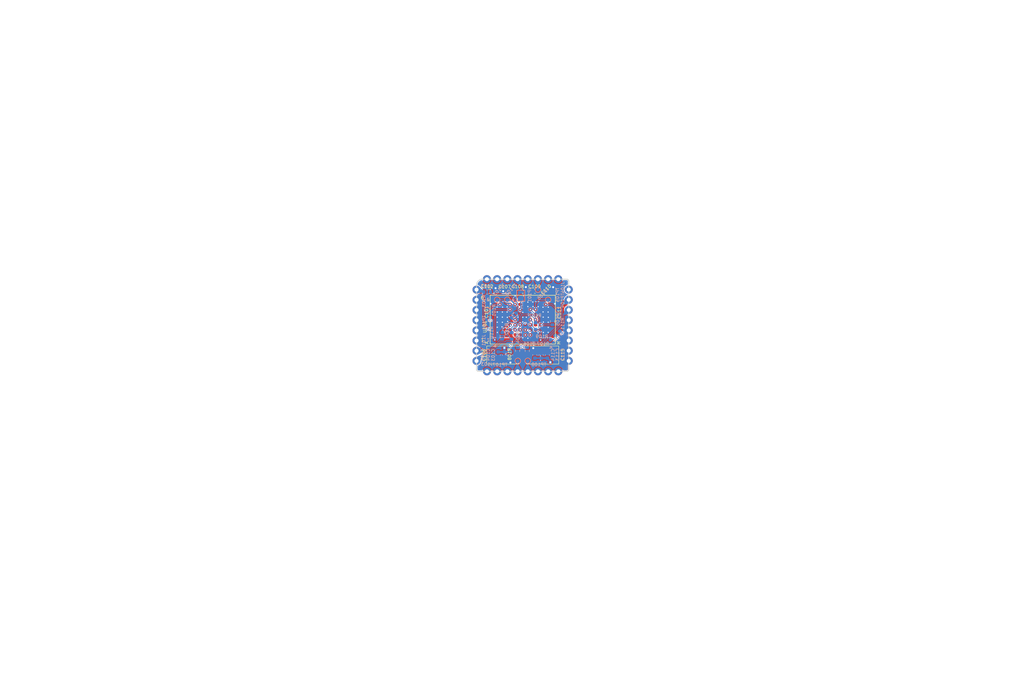
<source format=kicad_pcb>
(kicad_pcb (version 20241229) (generator "pcbnew") (generator_version "9.0")
  (title_block (title "bac EPS LTM4675 Buck Module v1") (date "2025-06-11") (rev "1") (company "MSU") (comment 1 "Dodo Kamel") (comment 2 "CC BY-SA 4.0") (comment 3 "https://buildacubesat.space"))
  (layers (0 "F.Cu" power) (4 "In1.Cu" power) (6 "In2.Cu" power) (2 "B.Cu" signal) (13 "F.Paste" user) (15 "B.Paste" user) (5 "F.SilkS" user "F.Silkscreen") (7 "B.SilkS" user "B.Silkscreen") (1 "F.Mask" user) (3 "B.Mask" user) (25 "Edge.Cuts" user))
  (net 0 "")
  (net 1 "GND")
  (net 2 "/BAT")
  (net 3 "/~{FAULT}")
  (net 4 "/VOUT_0")
  (net 5 "/VOUT_1")
  (net 6 "/GPIO2")
  (net 7 "/GPIO1")
  (net 8 "/EN_1")
  (net 9 "/SCL")
  (net 10 "/SDA")
  (net 11 "/EN_2")
  (net 13 "Net-(U101-VORB1+)")
  (net 15 "Net-(U101-VORB0-)")
  (net 16 "Net-(U101-COMP1a)")
  (net 17 "Net-(U101-SYNC)")
  (net 18 "Net-(U101-SW1)")
  (net 19 "Net-(U101-SW0)")
  (net 20 "Net-(U101-WP)")
  (net 21 "Net-(U101-VORB0+)")
  (net 22 "Net-(U101-VOUT0_CFG)")
  (net 23 "Net-(U101-ASEL)")
  (net 24 "Net-(U101-VTRIM0_CFG)")
  (net 25 "Net-(U101-TSNS0a)")
  (net 26 "Net-(U101-TSNS1a)")
  (net 27 "Net-(U101-SHARE_CLK)")
  (net 28 "Net-(U101-VOUT1_CFG)")
  (net 29 "Net-(JP101-A)")
  (net 30 "Net-(U101-COMP0a)")
  (net 31 "Net-(U101-FREQ_CFG)")
  (net 32 "Net-(U101-VTRIM1_CFG)")
  (net 33 "Net-(U101-VDD33)")
  (footprint "Capacitor_Tantalum_SMD:CP_EIA-7343-15_Kemet-W" (layer "F.Cu") (at 154.6 107.425 180)
    (property "Reference" "C115")
    (property "Value" "470u")
  )
  (footprint "Capacitor_SMD:C_0603_1608Metric" (layer "F.Cu") (at 159.125 93.825 -90)
    (property "Reference" "C111")
    (property "Value" "10u")
  )
  (footprint "Capacitor_SMD:C_0603_1608Metric" (layer "F.Cu") (at 158.375 91.55 180)
    (property "Reference" "C110")
    (property "Value" "10u")
  )
  (footprint "Capacitor_Tantalum_SMD:CP_EIA-7343-15_Kemet-W" (layer "F.Cu") (at 145.4625 107.425)
    (property "Reference" "C106")
    (property "Value" "470u")
  )
  (footprint "Capacitor_SMD:C_0603_1608Metric" (layer "F.Cu") (at 150.025 91.525)
    (property "Reference" "C108")
    (property "Value" "10u")
  )
  (footprint "bac EPS v1:bac-eps-v1-module-8P-pad-row" (layer "F.Cu") (at 138.5 100 90)
    (property "Reference" "J101")
    (property "Value" "Conn_01x08_Socket")
  )
  (footprint "bac EPS v1:bac-eps-v1-module-8P-pad-row" (layer "F.Cu") (at 150 88.5)
    (property "Reference" "J102")
    (property "Value" "Conn_01x08_Socket")
  )
  (footprint "Capacitor_SMD:C_0603_1608Metric" (layer "F.Cu") (at 140.925 93.825 -90)
    (property "Reference" "C101")
    (property "Value" "10u")
  )
  (footprint "Capacitor_SMD:C_0603_1608Metric" (layer "F.Cu") (at 153.05 91.525 180)
    (property "Reference" "C109")
    (property "Value" "10u")
  )
  (footprint "Capacitor_SMD:C_0603_1608Metric" (layer "F.Cu") (at 141.675 91.55)
    (property "Reference" "C102")
    (property "Value" "10u")
  )
  (footprint "bac EPS v1:ADI-LTM4675IY" (layer "F.Cu") (at 150.035 98.61 90)
    (property "Reference" "U101")
    (property "Value" "LTM4675IY-PBF")
  )
  (footprint "Capacitor_SMD:C_0603_1608Metric" (layer "F.Cu") (at 147 91.525 180)
    (property "Reference" "C107")
    (property "Value" "10u")
  )
  (footprint "bac EPS v1:bac-eps-v1-module-8P-pad-row" (layer "F.Cu") (at 150 111.5 180)
    (property "Reference" "J103")
    (property "Value" "Conn_01x08_Socket")
  )
  (footprint "bac EPS v1:bac-eps-v1-module-8P-pad-row" (layer "F.Cu") (at 161.5 100 -90)
    (property "Reference" "J104")
    (property "Value" "Conn_01x08_Socket")
  )
  (footprint "Resistor_SMD:R_0603_1608Metric" (layer "B.Cu") (at 148.75 106.35 -90)
    (property "Reference" "R108")
    (property "Value" "22.6k")
  )
  (footprint "Resistor_SMD:R_0603_1608Metric" (layer "B.Cu") (at 159.85 102 -45)
    (property "Reference" "R111")
    (property "Value" "7.68k")
  )
  (footprint "Resistor_SMD:R_0603_1608Metric" (layer "B.Cu") (at 147.8 97.55 -135)
    (property "Reference" "R101")
    (property "Value" "10k")
  )
  (footprint "Resistor_SMD:R_0603_1608Metric" (layer "B.Cu") (at 157.45 99.05 90)
    (property "Reference" "R105")
    (property "Value" "10k")
  )
  (footprint "Capacitor_SMD:C_0603_1608Metric" (layer "B.Cu") (at 154.6 107.425 90)
    (property "Reference" "C113")
    (property "Value" "10u")
  )
  (footprint "Capacitor_SMD:C_0603_1608Metric" (layer "B.Cu") (at 156.15 107.425 90)
    (property "Reference" "C112")
    (property "Value" "10u")
  )
  (footprint "Jumper:SolderJumper-2_P1.3mm_Open_TrianglePad1.0x1.5mm" (layer "B.Cu") (at 149.55 92.65 90)
    (property "Reference" "JP101")
    (property "Value" "SolderJumper_2_Open")
  )
  (footprint "Capacitor_SMD:C_0603_1608Metric" (layer "B.Cu") (at 147 107.425 -90)
    (property "Reference" "C103")
    (property "Value" "10u")
  )
  (footprint "TestPoint:TestPoint_Pad_D1.0mm" (layer "B.Cu") (at 151.27 108.89 180)
    (property "Reference" "TP108")
    (property "Value" "TestPoint")
  )
  (footprint "Capacitor_SMD:C_0603_1608Metric" (layer "B.Cu") (at 143.9 107.425 -90)
    (property "Reference" "C105")
    (property "Value" "10u")
  )
  (footprint "Resistor_SMD:R_0603_1608Metric" (layer "B.Cu") (at 147.25 102.65 -90)
    (property "Reference" "R104")
    (property "Value" "10k")
  )
  (footprint "TestPoint:TestPoint_Pad_D1.0mm" (layer "B.Cu") (at 156.35 93.65 180)
    (property "Reference" "TP105")
    (property "Value" "TestPoint")
  )
  (footprint "Resistor_SMD:R_0603_1608Metric" (layer "B.Cu") (at 153.25 100.2 -90)
    (property "Reference" "R102")
    (property "Value" "10k")
  )
  (footprint "TestPoint:TestPoint_Pad_D1.0mm" (layer "B.Cu") (at 141.11 96.19 180)
    (property "Reference" "TP101")
    (property "Value" "TestPoint")
  )
  (footprint "Resistor_SMD:R_0603_1608Metric" (layer "B.Cu") (at 144.9 102.65 -90)
    (property "Reference" "R112")
    (property "Value" "10k")
  )
  (footprint "TestPoint:TestPoint_Pad_D1.0mm" (layer "B.Cu") (at 158.89 96.19 180)
    (property "Reference" "TP104")
    (property "Value" "TestPoint")
  )
  (footprint "TestPoint:TestPoint_Pad_D1.0mm" (layer "B.Cu") (at 143.65 93.65 180)
    (property "Reference" "TP102")
    (property "Value" "TestPoint")
  )
  (footprint "TestPoint:TestPoint_Pad_D1.0mm" (layer "B.Cu") (at 148.8 108.9 180)
    (property "Reference" "TP107")
    (property "Value" "TestPoint")
  )
  (footprint "Resistor_SMD:R_0603_1608Metric" (layer "B.Cu") (at 151.15 106.35 -90)
    (property "Reference" "R106")
    (property "Value" "0")
  )
  (footprint "TestPoint:TestPoint_Pad_D1.0mm" (layer "B.Cu") (at 146.19 93.65 180)
    (property "Reference" "TP103")
    (property "Value" "TestPoint")
  )
  (footprint "Capacitor_SMD:C_0603_1608Metric" (layer "B.Cu") (at 153.05 107.425 90)
    (property "Reference" "C114")
    (property "Value" "10u")
  )
  (footprint "Capacitor_SMD:C_0603_1608Metric" (layer "B.Cu") (at 145.45 107.425 -90)
    (property "Reference" "C104")
    (property "Value" "10u")
  )
  (footprint "Resistor_SMD:R_0603_1608Metric" (layer "B.Cu") (at 141.9 98.85 -90)
    (property "Reference" "R110")
    (property "Value" "32.4k")
  )
  (footprint "TestPoint:TestPoint_Pad_D1.0mm" (layer "B.Cu") (at 153.81 91.11 180)
    (property "Reference" "TP106")
    (property "Value" "TestPoint")
  )
  (footprint "Resistor_SMD:R_0603_1608Metric" (layer "B.Cu") (at 141.15 91.7 180)
    (property "Reference" "R103")
    (property "Value" "10k")
  )
  (footprint "Resistor_SMD:R_0603_1608Metric" (layer "B.Cu") (at 158.7 103.1 -45)
    (property "Reference" "R109")
    (property "Value" "0")
  )
  (footprint "Resistor_SMD:R_0603_1608Metric" (layer "B.Cu") (at 157.55 104.25 -45)
    (property "Reference" "R107")
    (property "Value" "0")
  )
  (gr_arc (start 138.5 90) (mid 138.93934 88.93934) (end 140 88.5) (stroke (width 0.2)) (layer "Edge.Cuts"))
  (gr_line (start 161.5 89) (end 161.5 111) (stroke (width 0.2)) (layer "Edge.Cuts"))
  (gr_arc (start 161.5 111) (mid 161.353553 111.353553) (end 161 111.5) (stroke (width 0.2)) (layer "Edge.Cuts"))
  (gr_arc (start 139 111.5) (mid 138.646447 111.353553) (end 138.5 111) (stroke (width 0.2)) (layer "Edge.Cuts"))
  (gr_line (start 140 88.5) (end 161 88.5) (stroke (width 0.2)) (layer "Edge.Cuts"))
  (gr_arc (start 161 88.5) (mid 161.353553 88.646447) (end 161.5 89) (stroke (width 0.2)) (layer "Edge.Cuts"))
  (gr_line (start 161 111.5) (end 139 111.5) (stroke (width 0.2)) (layer "Edge.Cuts"))
  (gr_line (start 138.5 111) (end 138.5 90) (stroke (width 0.2)) (layer "Edge.Cuts"))
  (segment (start 150.8 91.525) (end 150.8 90.475) (width 1) (layer "F.Cu") (net 1))
  (segment (start 150.8 93.4) (end 150.67 93.53) (width 1) (layer "F.Cu") (net 1))
  (segment (start 145.15 91.5) (end 146.2 91.5) (width 1) (layer "F.Cu") (net 1))
  (segment (start 150.8 91.525) (end 150.8 93.4) (width 1) (layer "F.Cu") (net 1))
  (segment (start 143.25 90.75) (end 142.45 91.55) (width 1) (layer "F.Cu") (net 1))
  (segment (start 146.2 91.5) (end 146.225 91.525) (width 1) (layer "F.Cu") (net 1))
  (segment (start 152.275 91.525) (end 150.8 91.525) (width 1) (layer "F.Cu") (net 1))
  (segment (start 157.6 91.55) (end 157.6 90.5) (width 1) (layer "F.Cu") (net 1))
  (via (at 157.6 90.5) (size 1) (drill 0.5) (layers "F.Cu" "B.Cu") (net 1))
  (via (at 146.95 109.3) (size 1) (drill 0.5) (layers "F.Cu" "B.Cu") (net 1))
  (via (at 156.375 101.775) (size 0.6) (drill 0.3) (layers "F.Cu" "B.Cu") (net 1))
  (via (at 143.675 97.975) (size 0.6) (drill 0.3) (layers "F.Cu" "B.Cu") (net 1))
  (via (at 152.575 95.325) (size 0.6) (drill 0.3) (layers "F.Cu" "B.Cu") (net 1))
  (via (at 143.625 95.475) (size 0.6) (drill 0.3) (layers "F.Cu" "B.Cu") (net 1))
  (via (at 150.024776 99.164347) (size 0.6) (drill 0.3) (layers "F.Cu" "B.Cu") (net 1))
  (via (at 156.375 99.25) (size 0.6) (drill 0.3) (layers "F.Cu" "B.Cu") (net 1))
  (via (at 155.1 96.675) (size 0.6) (drill 0.3) (layers "F.Cu" "B.Cu") (net 1))
  (via (at 144.85 100.4) (size 0.6) (drill 0.3) (layers "F.Cu" "B.Cu") (net 1))
  (via (at 146.125 96.7) (size 0.6) (drill 0.3) (layers "F.Cu" "B.Cu") (net 1))
  (via (at 151.3 103.25) (size 0.6) (drill 0.3) (layers "F.Cu" "B.Cu") (net 1))
  (via (at 152.65 105.7) (size 1) (drill 0.5) (layers "F.Cu" "B.Cu") (net 1))
  (via (at 145 95.475) (size 0.6) (drill 0.3) (layers "F.Cu" "B.Cu") (net 1))
  (via (at 158.05 94.625) (size 0.8) (drill 0.4) (layers "F.Cu" "B.Cu") (net 1))
  (via (at 146.25 99.05) (size 0.6) (drill 0.3) (layers "F.Cu" "B.Cu") (net 1))
  (via (at 156.4 95.5) (size 0.6) (drill 0.3) (layers "F.Cu" "B.Cu") (net 1))
  (via (at 143.675 100.5) (size 0.6) (drill 0.3) (layers "F.Cu" "B.Cu") (net 1))
  (via (at 151.3 95.325) (size 0.6) (drill 0.3) (layers "F.Cu" "B.Cu") (net 1))
  (via (at 143.675 99.25) (size 0.6) (drill 0.3) (layers "F.Cu" "B.Cu") (net 1))
  (via (at 151.3 94.225) (size 0.6) (drill 0.3) (layers "F.Cu" "B.Cu") (net 1))
  (via (at 148.125 92.7) (size 0.6) (drill 0.3) (layers "F.Cu" "B.Cu") (net 1))
  (via (at 153.85 101.875) (size 0.6) (drill 0.3) (layers "F.Cu" "B.Cu") (net 1))
  (via (at 155.175 99.2) (size 0.6) (drill 0.3) (layers "F.Cu" "B.Cu") (net 1))
  (via (at 156.4 98.025) (size 0.6) (drill 0.3) (layers "F.Cu" "B.Cu") (net 1))
  (via (at 155.075 95.5) (size 0.6) (drill 0.3) (layers "F.Cu" "B.Cu") (net 1))
  (via (at 143.7 101.8) (size 0.6) (drill 0.3) (layers "F.Cu" "B.Cu") (net 1))
  (via (at 143.675 96.7) (size 0.6) (drill 0.3) (layers "F.Cu" "B.Cu") (net 1))
  (via (at 143.25 90.75) (size 1) (drill 0.5) (layers "F.Cu" "B.Cu") (net 1))
  (via (at 146.175 98.025) (size 0.6) (drill 0.3) (layers "F.Cu" "B.Cu") (net 1))
  (via (at 144.95 96.7) (size 0.6) (drill 0.3) (layers "F.Cu" "B.Cu") (net 1))
  (via (at 146.125 95.425) (size 0.6) (drill 0.3) (layers "F.Cu" "B.Cu") (net 1))
  (via (at 150.037344 96.778697) (size 0.6) (drill 0.3) (layers "F.Cu" "B.Cu") (net 1))
  (via (at 153.875 95.35) (size 0.6) (drill 0.3) (layers "F.Cu" "B.Cu") (net 1))
  (via (at 150.038792 103.129987) (size 0.6) (drill 0.3) (layers "F.Cu" "B.Cu") (net 1))
  (via (at 148.839141 97.972158) (size 0.6) (drill 0.3) (layers "F.Cu" "B.Cu") (net 1))
  (via (at 155.125 97.975) (size 0.6) (drill 0.3) (layers "F.Cu" "B.Cu") (net 1))
  (via (at 155.175 101.8) (size 0.6) (drill 0.3) (layers "F.Cu" "B.Cu") (net 1))
  (via (at 150.8 90.475) (size 1) (drill 0.5) (layers "F.Cu" "B.Cu") (net 1))
  (via (at 156.375 100.525) (size 0.6) (drill 0.3) (layers "F.Cu" "B.Cu") (net 1))
  (via (at 150.05 98) (size 0.6) (drill 0.3) (layers "F.Cu" "B.Cu") (net 1))
  (via (at 144.95 99.25) (size 0.6) (drill 0.3) (layers "F.Cu" "B.Cu") (net 1))
  (via (at 150.925 98) (size 0.6) (drill 0.3) (layers "F.Cu" "B.Cu") (net 1))
  (via (at 156.35 96.7) (size 0.6) (drill 0.3) (layers "F.Cu" "B.Cu") (net 1))
  (via (at 152.530266 94.193677) (size 0.6) (drill 0.3) (layers "F.Cu" "B.Cu") (net 1))
  (via (at 142.025 94.6) (size 0.8) (drill 0.4) (layers "F.Cu" "B.Cu") (net 1))
  (via (at 144.95 97.975) (size 0.6) (drill 0.3) (layers "F.Cu" "B.Cu") (net 1))
  (via (at 145.15 91.5) (size 1) (drill 0.5) (layers "F.Cu" "B.Cu") (net 1))
  (segment (start 146.95 109.3) (end 147 109.25) (width 0.5) (layer "B.Cu") (net 1))
  (segment (start 153.05 106.1) (end 152.65 105.7) (width 0.5) (layer "B.Cu") (net 1))
  (segment (start 143.9 108.2) (end 147 108.2) (width 0.5) (layer "B.Cu") (net 1))
  (segment (start 147 109.25) (end 147 108.2) (width 0.5) (layer "B.Cu") (net 1))
  (segment (start 153.05 106.65) (end 153.05 106.1) (width 0.5) (layer "B.Cu") (net 1))
  (segment (start 156.15 106.65) (end 153.05 106.65) (width 0.5) (layer "B.Cu") (net 1))
  (segment (start 149.55 91.925001) (end 149.55 89.73) (width 0.3) (layer "B.Cu") (net 2))
  (segment (start 149.55 89.73) (end 148.72 88.9) (width 0.3) (layer "B.Cu") (net 2))
  (segment (start 153.81 88.91) (end 153.8 88.9) (width 0.3) (layer "B.Cu") (net 2))
  (segment (start 153.81 91.11) (end 153.81 88.91) (width 0.3) (layer "B.Cu") (net 2))
  (via (at 141.499923 100.950077) (size 0.6) (drill 0.3) (layers "F.Cu" "B.Cu") (net 3))
  (via (at 147.05 105.05) (size 0.6) (drill 0.3) (layers "F.Cu" "B.Cu") (net 3))
  (via (at 148.15 101.15) (size 0.6) (drill 0.3) (layers "F.Cu" "B.Cu") (net 3))
  (segment (start 141.499923 100.950077) (end 140.31 99.760154) (width 0.2) (layer "B.Cu") (net 3))
  (segment (start 148.4 101.4) (end 148.15 101.15) (width 0.2) (layer "B.Cu") (net 3))
  (segment (start 140.31 91.71) (end 139.72 91.12) (width 0.2) (layer "B.Cu") (net 3))
  (segment (start 148.4 103.65) (end 148.4 101.4) (width 0.2) (layer "B.Cu") (net 3))
  (segment (start 140.31 99.760154) (end 140.31 91.71) (width 0.2) (layer "B.Cu") (net 3))
  (segment (start 147.05 105.05) (end 147.05 105) (width 0.2) (layer "B.Cu") (net 3))
  (segment (start 139.72 91.12) (end 138.85 91.12) (width 0.2) (layer "B.Cu") (net 3))
  (segment (start 147.05 105) (end 148.4 103.65) (width 0.2) (layer "B.Cu") (net 3))
  (via (at 145.45 105.65) (size 1) (drill 0.5) (layers "F.Cu" "B.Cu") (net 4))
  (via (at 146.86 96.07) (size 0.6) (drill 0.3) (layers "F.Cu" "B.Cu") (net 4))
  (via (at 143.05 103.65) (size 0.6) (drill 0.3) (layers "F.Cu" "B.Cu") (net 4))
  (segment (start 145.45 105.65) (end 145.45 106.65) (width 0.5) (layer "B.Cu") (net 4))
  (segment (start 146.86 96.07) (end 146.855 96.075) (width 0.2) (layer "B.Cu") (net 4))
  (segment (start 143.376471 96.075) (end 143.05 96.401471) (width 0.2) (layer "B.Cu") (net 4))
  (segment (start 146.855 96.075) (end 143.376471 96.075) (width 0.2) (layer "B.Cu") (net 4))
  (segment (start 147 106.65) (end 143.9 106.65) (width 0.5) (layer "B.Cu") (net 4))
  (segment (start 143.05 96.401471) (end 143.05 103.65) (width 0.2) (layer "B.Cu") (net 4))
  (segment (start 148.739999 108.960001) (end 148.739999 111.15) (width 0.2) (layer "B.Cu") (net 4))
  (segment (start 148.8 108.9) (end 148.739999 108.960001) (width 0.2) (layer "B.Cu") (net 4))
  (via (at 154.48 103.69) (size 0.6) (drill 0.3) (layers "F.Cu" "B.Cu") (net 5))
  (via (at 156.9 109.225) (size 1) (drill 0.5) (layers "F.Cu" "B.Cu") (net 5))
  (via (at 151.94 96.07) (size 0.6) (drill 0.3) (layers "F.Cu" "B.Cu") (net 5))
  (segment (start 154.48 101.53) (end 154.05 101.1) (width 0.2) (layer "B.Cu") (net 5))
  (segment (start 154.05 101.1) (end 154.05 98.18) (width 0.2) (layer "B.Cu") (net 5))
  (segment (start 154.48 103.69) (end 154.48 101.53) (width 0.2) (layer "B.Cu") (net 5))
  (segment (start 156.15 108.2) (end 156.9 108.95) (width 0.5) (layer "B.Cu") (net 5))
  (segment (start 151.27 108.89) (end 151.27 111.15) (width 0.2) (layer "B.Cu") (net 5))
  (segment (start 151.94 96.07) (end 151.930266 96.060266) (width 0.2) (layer "B.Cu") (net 5))
  (segment (start 151.27 111.15) (end 151.28 111.15) (width 0.2) (layer "B.Cu") (net 5))
  (segment (start 154.05 98.18) (end 151.94 96.07) (width 0.2) (layer "B.Cu") (net 5))
  (segment (start 153.05 108.2) (end 156.15 108.2) (width 0.5) (layer "B.Cu") (net 5))
  (segment (start 156.9 108.95) (end 156.9 109.225) (width 0.5) (layer "B.Cu") (net 5))
  (via (at 149.4 101.15) (size 0.6) (drill 0.3) (layers "F.Cu" "B.Cu") (net 8))
  (segment (start 159.8 94.99) (end 161.15 93.64) (width 0.2) (layer "B.Cu") (net 8))
  (segment (start 149.4 103.75) (end 150.05 104.4) (width 0.2) (layer "B.Cu") (net 8))
  (segment (start 159.8 99.25) (end 159.8 94.99) (width 0.2) (layer "B.Cu") (net 8))
  (segment (start 154.65 104.4) (end 159.8 99.25) (width 0.2) (layer "B.Cu") (net 8))
  (segment (start 150.05 104.4) (end 154.65 104.4) (width 0.2) (layer "B.Cu") (net 8))
  (segment (start 149.4 101.15) (end 149.4 103.75) (width 0.2) (layer "B.Cu") (net 8))
  (via (at 148.13 99.88) (size 0.6) (drill 0.3) (layers "F.Cu" "B.Cu") (net 9))
  (segment (start 145.625056 104.156268) (end 145.606324 104.175) (width 0.2) (layer "B.Cu") (net 9))
  (segment (start 145.625056 104.148118) (end 145.625056 104.156268) (width 0.2) (layer "B.Cu") (net 9))
  (segment (start 146.25 102.55) (end 147.175 103.475) (width 0.2) (layer "B.Cu") (net 9))
  (segment (start 146.25 101.635785) (end 146.25 102.55) (width 0.2) (layer "B.Cu") (net 9))
  (segment (start 145.976527 103.796647) (end 145.625056 104.148118) (width 0.2) (layer "B.Cu") (net 9))
  (segment (start 140.44 106.76) (end 138.85 108.35) (width 0.2) (layer "B.Cu") (net 9))
  (segment (start 146.473585 103.796647) (end 145.976527 103.796647) (width 0.2) (layer "B.Cu") (net 9))
  (segment (start 146.476938 103.8) (end 146.473585 103.796647) (width 0.2) (layer "B.Cu") (net 9))
  (segment (start 147.25 103.475) (end 146.925 103.8) (width 0.2) (layer "B.Cu") (net 9))
  (segment (start 138.85 108.35) (end 138.85 108.9) (width 0.2) (layer "B.Cu") (net 9))
  (segment (start 145.606324 104.175) (end 144.490686 104.175) (width 0.2) (layer "B.Cu") (net 9))
  (segment (start 148.13 99.88) (end 148.005785 99.88) (width 0.2) (layer "B.Cu") (net 9))
  (segment (start 147.175 103.475) (end 147.25 103.475) (width 0.2) (layer "B.Cu") (net 9))
  (segment (start 141.905686 106.76) (end 140.44 106.76) (width 0.2) (layer "B.Cu") (net 9))
  (segment (start 144.490686 104.175) (end 141.905686 106.76) (width 0.2) (layer "B.Cu") (net 9))
  (segment (start 146.925 103.8) (end 146.476938 103.8) (width 0.2) (layer "B.Cu") (net 9))
  (segment (start 148.005785 99.88) (end 146.25 101.635785) (width 0.2) (layer "B.Cu") (net 9))
  (via (at 147 100) (size 0.6) (drill 0.3) (layers "F.Cu" "B.Cu") (net 10))
  (segment (start 141.74 106.36) (end 138.85 106.36) (width 0.2) (layer "B.Cu") (net 10))
  (segment (start 144.9 103.475) (end 144.625 103.475) (width 0.2) (layer "B.Cu") (net 10))
  (segment (start 145.85 101.234314) (end 145.85 102.525) (width 0.2) (layer "B.Cu") (net 10))
  (segment (start 147 100.084314) (end 145.85 101.234314) (width 0.2) (layer "B.Cu") (net 10))
  (segment (start 144.625 103.475) (end 141.74 106.36) (width 0.2) (layer "B.Cu") (net 10))
  (segment (start 145.85 102.525) (end 144.9 103.475) (width 0.2) (layer "B.Cu") (net 10))
  (segment (start 147 100) (end 147 100.084314) (width 0.2) (layer "B.Cu") (net 10))
  (via (at 149.4 99.88) (size 0.6) (drill 0.3) (layers "F.Cu" "B.Cu") (net 11))
  (segment (start 148.8 100.9) (end 148.8 103.715686) (width 0.2) (layer "B.Cu") (net 11))
  (segment (start 160.2 99.415686) (end 160.2 97.13) (width 0.2) (layer "B.Cu") (net 11))
  (segment (start 149.884314 104.8) (end 154.815686 104.8) (width 0.2) (layer "B.Cu") (net 11))
  (segment (start 149.4 99.88) (end 149.4 100.3) (width 0.2) (layer "B.Cu") (net 11))
  (segment (start 160.2 97.13) (end 161.15 96.18) (width 0.2) (layer "B.Cu") (net 11))
  (segment (start 154.815686 104.8) (end 160.2 99.415686) (width 0.2) (layer "B.Cu") (net 11))
  (segment (start 149.4 100.3) (end 148.8 100.9) (width 0.2) (layer "B.Cu") (net 11))
  (segment (start 148.8 103.715686) (end 149.884314 104.8) (width 0.2) (layer "B.Cu") (net 11))
  (via (at 153.21 96.07) (size 0.6) (drill 0.3) (layers "F.Cu" "B.Cu") (net 13))
  (segment (start 153.225 94.517894) (end 154.092894 93.65) (width 0.3) (layer "B.Cu") (net 13))
  (segment (start 154.092894 93.65) (end 156.35 93.65) (width 0.3) (layer "B.Cu") (net 13))
  (segment (start 153.21 96.07) (end 153.225 96.055) (width 0.3) (layer "B.Cu") (net 13))
  (segment (start 153.225 96.055) (end 153.225 94.517894) (width 0.3) (layer "B.Cu") (net 13))
  (via (at 148.13 94.8) (size 0.6) (drill 0.3) (layers "F.Cu" "B.Cu") (net 15))
  (segment (start 146.98 93.65) (end 148.13 94.8) (width 0.3) (layer "B.Cu") (net 15))
  (segment (start 146.19 93.65) (end 146.98 93.65) (width 0.3) (layer "B.Cu") (net 15))
  (segment (start 152.310001 97.339999) (end 153.21 97.339999) (width 0.3) (layer "F.Cu") (net 16))
  (segment (start 152.3 97.35) (end 152.310001 97.339999) (width 0.3) (layer "F.Cu") (net 16))
  (via (at 148.130001 98.61) (size 0.6) (drill 0.3) (layers "F.Cu" "B.Cu") (net 17))
  (segment (start 148.130001 98.61) (end 147.693274 98.61) (width 0.2) (layer "B.Cu") (net 17))
  (segment (start 147.693274 98.61) (end 147.216637 98.133363) (width 0.2) (layer "B.Cu") (net 17))
  (via (at 155.75 94.8) (size 0.6) (drill 0.3) (layers "F.Cu" "B.Cu") (net 18))
  (segment (start 158.62505 96.19) (end 158.89 96.19) (width 0.2) (layer "B.Cu") (net 18))
  (segment (start 155.75 94.8) (end 157.23505 94.8) (width 0.2) (layer "B.Cu") (net 18))
  (segment (start 157.23505 94.8) (end 158.62505 96.19) (width 0.2) (layer "B.Cu") (net 18))
  (via (at 144.32 94.8) (size 0.6) (drill 0.3) (layers "F.Cu" "B.Cu") (net 19))
  (segment (start 141.56 96.19) (end 141.11 96.19) (width 0.2) (layer "B.Cu") (net 19))
  (segment (start 144.32 94.8) (end 142.95 94.8) (width 0.2) (layer "B.Cu") (net 19))
  (segment (start 142.95 94.8) (end 141.56 96.19) (width 0.2) (layer "B.Cu") (net 19))
  (via (at 154.65 99.9) (size 0.6) (drill 0.3) (layers "F.Cu" "B.Cu") (net 20))
  (segment (start 154.661799 99.888201) (end 157.252646 99.888201) (width 0.2) (layer "B.Cu") (net 20))
  (segment (start 154.65 99.9) (end 154.661799 99.888201) (width 0.2) (layer "B.Cu") (net 20))
  (via (at 146.86 94.8) (size 0.6) (drill 0.3) (layers "F.Cu" "B.Cu") (net 21))
  (segment (start 144.987918 93.65) (end 143.65 93.65) (width 0.3) (layer "B.Cu") (net 21))
  (segment (start 146.86 94.8) (end 146.56 94.5) (width 0.3) (layer "B.Cu") (net 21))
  (segment (start 146.56 94.5) (end 145.837918 94.5) (width 0.3) (layer "B.Cu") (net 21))
  (segment (start 145.837918 94.5) (end 144.987918 93.65) (width 0.3) (layer "B.Cu") (net 21))
  (via (at 149.582483 105.324342) (size 0.6) (drill 0.3) (layers "F.Cu" "B.Cu") (net 22))
  (via (at 150.67 101.15) (size 0.6) (drill 0.3) (layers "F.Cu" "B.Cu") (net 22))
  (segment (start 149.582483 105.324342) (end 149.381825 105.525) (width 0.2) (layer "B.Cu") (net 22))
  (segment (start 149.381825 105.525) (end 148.75 105.525) (width 0.2) (layer "B.Cu") (net 22))
  (via (at 150.67 102.42) (size 0.6) (drill 0.3) (layers "F.Cu" "B.Cu") (net 23))
  (via (at 150.378826 105.400776) (size 0.6) (drill 0.3) (layers "F.Cu" "B.Cu") (net 23))
  (segment (start 150.50305 105.525) (end 151.15 105.525) (width 0.2) (layer "B.Cu") (net 23))
  (segment (start 150.378826 105.400776) (end 150.50305 105.525) (width 0.2) (layer "B.Cu") (net 23))
  (via (at 158.641622 103.052311) (size 0.6) (drill 0.3) (layers "F.Cu" "B.Cu") (net 24))
  (via (at 151.8 101.3) (size 0.6) (drill 0.3) (layers "F.Cu" "B.Cu") (net 24))
  (segment (start 151.8 101.3) (end 151.8 101.465686) (width 0.2) (layer "B.Cu") (net 24))
  (segment (start 158.641622 103.041622) (end 158.116637 102.516637) (width 0.2) (layer "B.Cu") (net 24))
  (segment (start 158.641622 103.052311) (end 158.641622 103.041622) (width 0.2) (layer "B.Cu") (net 24))
  (segment (start 146.86 101.15) (end 145.59 101.15) (width 0.3) (layer "F.Cu") (net 25))
  (segment (start 154.48 101.15) (end 153.35 101.15) (width 0.3) (layer "F.Cu") (net 26))
  (via (at 151.939999 98.61) (size 0.6) (drill 0.3) (layers "F.Cu" "B.Cu") (net 27))
  (segment (start 152.475 100.25) (end 153.25 101.025) (width 0.2) (layer "B.Cu") (net 27))
  (segment (start 151.939999 98.61) (end 152.475 99.145001) (width 0.2) (layer "B.Cu") (net 27))
  (segment (start 152.475 99.145001) (end 152.475 100.25) (width 0.2) (layer "B.Cu") (net 27))
  (via (at 150.63605 99.680436) (size 0.6) (drill 0.3) (layers "F.Cu" "B.Cu") (net 28))
  (via (at 141.888897 98.775) (size 0.6) (drill 0.3) (layers "F.Cu" "B.Cu") (net 28))
  (segment (start 141.888897 98.036103) (end 141.9 98.025) (width 0.2) (layer "B.Cu") (net 28))
  (segment (start 141.888897 98.775) (end 141.888897 98.036103) (width 0.2) (layer "B.Cu") (net 28))
  (segment (start 150.67 96.07) (end 149.4 96.07) (width 0.3) (layer "F.Cu") (net 29))
  (via (at 149.4 96.07) (size 0.6) (drill 0.3) (layers "F.Cu" "B.Cu") (net 29))
  (segment (start 149.4 96.07) (end 149.55 95.92) (width 0.3) (layer "B.Cu") (net 29))
  (segment (start 149.55 95.92) (end 149.55 93.374999) (width 0.3) (layer "B.Cu") (net 29))
  (segment (start 147.984364 97.322411) (end 147.966776 97.339999) (width 0.3) (layer "F.Cu") (net 30))
  (segment (start 147.966776 97.339999) (end 146.86 97.339999) (width 0.3) (layer "F.Cu") (net 30))
  (via (at 158.020145 103.556067) (size 0.6) (drill 0.3) (layers "F.Cu" "B.Cu") (net 31))
  (via (at 151.917892 102.432108) (size 0.6) (drill 0.3) (layers "F.Cu" "B.Cu") (net 31))
  (segment (start 158.020145 103.556067) (end 157.077207 103.556067) (width 0.2) (layer "B.Cu") (net 31))
  (segment (start 157.077207 103.556067) (end 156.966637 103.666637) (width 0.2) (layer "B.Cu") (net 31))
  (via (at 151.875 99.85) (size 0.6) (drill 0.3) (layers "F.Cu" "B.Cu") (net 32))
  (via (at 159.791622 101.952311) (size 0.6) (drill 0.3) (layers "F.Cu" "B.Cu") (net 32))
  (segment (start 159.791622 101.941622) (end 159.266637 101.416637) (width 0.2) (layer "B.Cu") (net 32))
  (segment (start 159.791622 101.952311) (end 159.791622 101.941622) (width 0.2) (layer "B.Cu") (net 32))
  (via (at 153.21 98.61) (size 0.6) (drill 0.3) (layers "F.Cu" "B.Cu") (net 33))
  (segment (start 152 97.4) (end 149.810118 97.4) (width 0.2) (layer "B.Cu") (net 33))
  (segment (start 146.871471 99.28) (end 144.9 101.251471) (width 0.2) (layer "B.Cu") (net 33))
  (segment (start 148.378529 99.28) (end 146.871471 99.28) (width 0.2) (layer "B.Cu") (net 33))
  (segment (start 148.73 99.701471) (end 148.73 100.17) (width 0.2) (layer "B.Cu") (net 33))
  (segment (start 147.25 101.201471) (end 147.25 101.825) (width 0.2) (layer "B.Cu") (net 33))
  (segment (start 148.73 100.17) (end 148.35 100.55) (width 0.2) (layer "B.Cu") (net 33))
  (segment (start 149.439141 97.76233) (end 149.439141 98.99233) (width 0.2) (layer "B.Cu") (net 33))
  (segment (start 149.801471 97.4) (end 149.439141 97.76233) (width 0.2) (layer "B.Cu") (net 33))
  (segment (start 148.383363 96.966637) (end 148.8 96.55) (width 0.2) (layer "B.Cu") (net 33))
  (segment (start 147.901471 100.55) (end 147.25 101.201471) (width 0.2) (layer "B.Cu") (net 33))
  (segment (start 142.5 92.3) (end 141.975 91.775) (width 0.2) (layer "B.Cu") (net 33))
  (segment (start 149.810118 97.4) (end 149.801471 97.4) (width 0.2) (layer "B.Cu") (net 33))
  (segment (start 148.8 94.5) (end 146.6 92.3) (width 0.2) (layer "B.Cu") (net 33))
  (segment (start 148.35 100.55) (end 147.901471 100.55) (width 0.2) (layer "B.Cu") (net 33))
  (segment (start 153.21 98.61) (end 152 97.4) (width 0.2) (layer "B.Cu") (net 33))
  (segment (start 148.73 99.631471) (end 148.378529 99.28) (width 0.2) (layer "B.Cu") (net 33))
  (segment (start 141.975 91.775) (end 141.975 91.7) (width 0.2) (layer "B.Cu") (net 33))
  (segment (start 148.73 99.701471) (end 148.73 99.631471) (width 0.2) (layer "B.Cu") (net 33))
  (segment (start 148.8 96.55) (end 148.8 96.389882) (width 0.2) (layer "B.Cu") (net 33))
  (segment (start 153.21 99.335) (end 153.25 99.375) (width 0.2) (layer "B.Cu") (net 33))
  (segment (start 146.6 92.3) (end 142.5 92.3) (width 0.2) (layer "B.Cu") (net 33))
  (segment (start 149.439141 98.99233) (end 148.73 99.701471) (width 0.2) (layer "B.Cu") (net 33))
  (segment (start 149.810118 97.4) (end 148.8 96.389882) (width 0.2) (layer "B.Cu") (net 33))
  (segment (start 144.9 101.251471) (end 144.9 101.825) (width 0.2) (layer "B.Cu") (net 33))
  (segment (start 153.21 98.61) (end 153.21 99.335) (width 0.2) (layer "B.Cu") (net 33))
  (segment (start 148.8 96.389882) (end 148.8 94.5) (width 0.2) (layer "B.Cu") (net 33))
  (zone (net 2) (net_name "/BAT") (layer "F.Cu") (priority 1) (connect_pads yes (clearance 0)) (min_thickness 0.25) (fill yes (thermal_gap 0.5) (thermal_bridge_width 0.5) (smoothing fillet) (radius 0.5))
    (polygon (pts (xy 140.05 88.475) (xy 159.925 88.475) (xy 159.925 94) (xy 140.05 94)))
  )
  (zone (net 4) (net_name "/VOUT_0") (layer "F.Cu") (priority 2) (connect_pads yes (clearance 0)) (min_thickness 0.25) (fill yes (thermal_gap 0.5) (thermal_bridge_width 0.5) (smoothing fillet) (radius 0.5))
    (polygon (pts (xy 150 111.5) (xy 140.05 111.5) (xy 140.05 106.025) (xy 142.85 103.225) (xy 147.05 103.225) (xy 147.325 103.5) (xy 147.325 104.8) (xy 145.460707 107.410707) (xy 145.471661 109.625) (xy 150 109.625)))
  )
  (zone (net 5) (net_name "/VOUT_1") (layer "F.Cu") (priority 2) (connect_pads yes (clearance 0)) (min_thickness 0.25) (fill yes (thermal_gap 0.5) (thermal_bridge_width 0.5) (smoothing fillet) (radius 0.5))
    (polygon (pts (xy 150.010707 111.5) (xy 159.960707 111.5) (xy 159.960707 106.025) (xy 157.160707 103.225) (xy 152.960707 103.225) (xy 152.685707 103.5) (xy 152.685707 104.8) (xy 154.55 107.410707) (xy 154.539046 109.625) (xy 150.010707 109.625)))
  )
  (zone (net 1) (net_name "GND") (layers "F.Cu" "B.Cu" "In1.Cu" "In2.Cu") (connect_pads yes (clearance 0)) (min_thickness 0.25) (fill yes (thermal_gap 0.5) (thermal_bridge_width 0.5) (smoothing fillet) (radius 0.5))
    (polygon (pts (xy 161.625 88.4) (xy 161.625 111.6) (xy 138.35 111.6) (xy 138.125 88.4)))
  )
)
</source>
